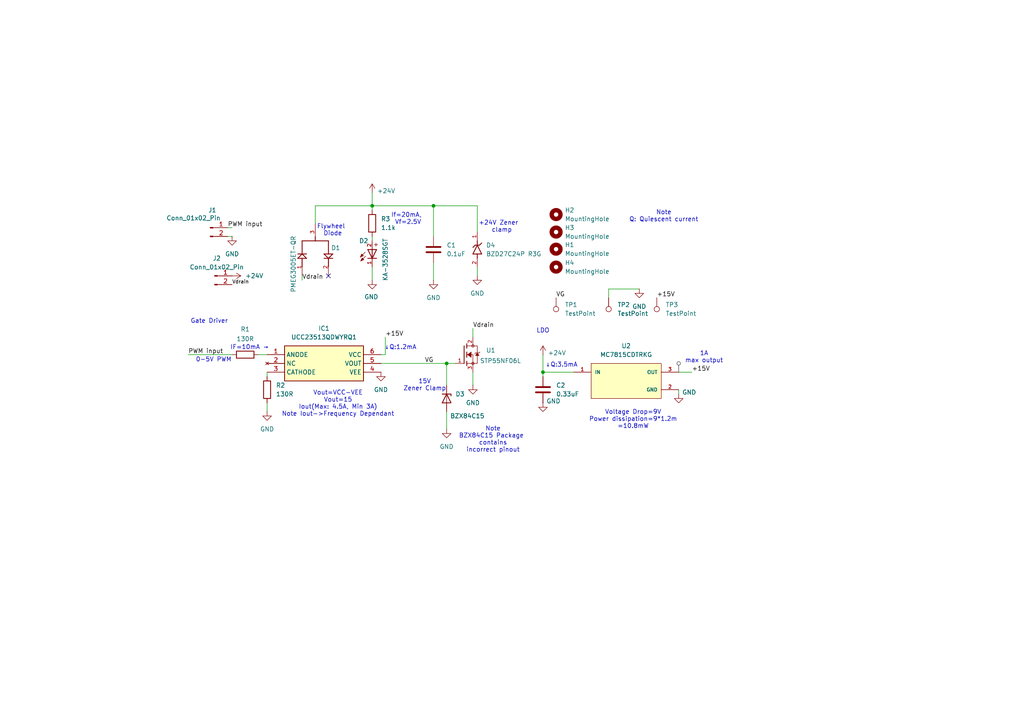
<source format=kicad_sch>
(kicad_sch (version 20231120) (generator "eeschema") (generator_version "8.0")
  (paper "A4")
  (title_block (title "Heater Control Circuit") (date "2024-11-12") (rev "1") (company "K.K"))
  (lib_symbols
    (symbol "BAS70-7:BAS70-7" (pin_names (offset 1.016))
      (property "Reference" "D" (at -8.9045 -10.1766 0))
      (property "Value" "BAS70-7" (at -8.9113 -12.7305 0))
      (symbol "BAS70-7_0_0"
        (polyline (pts (xy -5.08 1.27) (xy -3.81 1.27)) (stroke (width 0.254)))
        (polyline (pts (xy -3.81 1.27) (xy -3.81 -1.27)) (stroke (width 0.254)))
        (polyline (pts (xy -3.81 1.27) (xy -2.54 1.27)) (stroke (width 0.254)))
        (polyline (pts (xy -3.81 2.54) (xy -5.08 1.27)) (stroke (width 0.254)))
        (polyline (pts (xy -3.81 2.54) (xy -5.08 2.54)) (stroke (width 0.254)))
        (polyline (pts (xy -3.81 2.54) (xy -3.81 6.35)) (stroke (width 0.254)))
        (polyline (pts (xy -3.81 6.35) (xy 0 6.35)) (stroke (width 0.254)))
        (polyline (pts (xy -2.54 1.27) (xy -3.81 2.54)) (stroke (width 0.254)))
        (polyline (pts (xy -2.54 2.54) (xy -3.81 2.54)) (stroke (width 0.254)))
        (polyline (pts (xy 0 6.35) (xy 0 7.62)) (stroke (width 0.254)))
        (polyline (pts (xy 0 6.35) (xy 3.81 6.35)) (stroke (width 0.254)))
        (polyline (pts (xy 2.54 1.27) (xy 3.81 1.27)) (stroke (width 0.254)))
        (polyline (pts (xy 3.81 1.27) (xy 2.54 2.54)) (stroke (width 0.254)))
        (polyline (pts (xy 3.81 1.27) (xy 3.81 -1.27)) (stroke (width 0.254)))
        (polyline (pts (xy 3.81 1.27) (xy 5.08 1.27)) (stroke (width 0.254)))
        (polyline (pts (xy 3.81 2.54) (xy 2.54 2.54)) (stroke (width 0.254)))
        (polyline (pts (xy 3.81 2.54) (xy 5.08 2.54)) (stroke (width 0.254)))
        (polyline (pts (xy 3.81 6.35) (xy 3.81 2.54)) (stroke (width 0.254)))
        (polyline (pts (xy 5.08 2.54) (xy 3.81 1.27)) (stroke (width 0.254)))
        (pin passive line (at -3.81 -3.81 90) (length 5.08) (name "~") (number "1"))
        (pin passive line (at 3.81 -3.81 90) (length 5.08) (name "~") (number "2"))
        (pin passive line (at 0 11.43 270) (length 5.08) (name "~") (number "3"))
      )
    )
    (symbol "BZD27C10P:BZD27C10P" (pin_names (offset 1.016))
      (property "Reference" "D" (at -5.08 2.54 0))
      (property "Value" "BZD27C10P" (at -5.08 -3.81 0))
      (symbol "BZD27C10P_0_0"
        (polyline (pts (xy -2.54 0) (xy -1.27 0)) (stroke (width 0.254)))
        (polyline (pts (xy -1.27 -1.27) (xy 1.27 0)) (stroke (width 0.254)))
        (polyline (pts (xy -1.27 0) (xy -1.27 -1.27)) (stroke (width 0.254)))
        (polyline (pts (xy -1.27 1.27) (xy -1.27 0)) (stroke (width 0.254)))
        (polyline (pts (xy 0.635 1.27) (xy 1.27 0.635)) (stroke (width 0.254)))
        (polyline (pts (xy 1.27 -0.635) (xy 1.905 -1.27)) (stroke (width 0.254)))
        (polyline (pts (xy 1.27 0) (xy -1.27 1.27)) (stroke (width 0.254)))
        (polyline (pts (xy 1.27 0) (xy 1.27 -0.635)) (stroke (width 0.254)))
        (polyline (pts (xy 1.27 0.635) (xy 1.27 0)) (stroke (width 0.254)))
        (polyline (pts (xy 2.54 0) (xy 1.27 0)) (stroke (width 0.254)))
        (pin passive line (at 5.08 0 180) (length 2.54) (name "~") (number "1"))
        (pin passive line (at -5.08 0 0) (length 2.54) (name "~") (number "2"))
      )
    )
    (symbol "Connector:Conn_01x02_Pin" (pin_names (offset 1.016) hide)
      (property "Reference" "J" (at 0 2.54 0))
      (property "Value" "Conn_01x02_Pin" (at 0 -5.08 0))
      (symbol "Conn_01x02_Pin_1_1"
        (polyline (pts (xy 1.27 -2.54) (xy 0.8636 -2.54)) (stroke (width 0.1524)))
        (polyline (pts (xy 1.27 0) (xy 0.8636 0)) (stroke (width 0.1524)))
        (rectangle (start 0.8636 -2.413) (end 0 -2.667) (stroke (width 0.1524)) (fill (type outline)))
        (rectangle (start 0.8636 0.127) (end 0 -0.127) (stroke (width 0.1524)) (fill (type outline)))
        (pin passive line (at 5.08 0 180) (length 3.81) (name "Pin_1") (number "1"))
        (pin passive line (at 5.08 -2.54 180) (length 3.81) (name "Pin_2") (number "2"))
      )
    )
    (symbol "Connector:TestPoint" (pin_numbers hide) (pin_names (offset 0.762) hide)
      (property "Reference" "TP" (at 0 6.858 0))
      (property "Value" "TestPoint" (at 0 5.08 0))
      (symbol "TestPoint_0_1"
        (circle (center 0 3.302) (radius 0.762))
      )
      (symbol "TestPoint_1_1"
        (pin passive line (at 0 0 90) (length 2.54) (name "1") (number "1"))
      )
    )
    (symbol "Device:C" (pin_numbers hide) (pin_names (offset 0.254))
      (property "Reference" "C" (at 0.635 2.54 0))
      (property "Value" "C" (at 0.635 -2.54 0))
      (symbol "C_0_1"
        (polyline (pts (xy -2.032 -0.762) (xy 2.032 -0.762)) (stroke (width 0.508)))
        (polyline (pts (xy -2.032 0.762) (xy 2.032 0.762)) (stroke (width 0.508)))
      )
      (symbol "C_1_1"
        (pin passive line (at 0 3.81 270) (length 2.794) (name "~") (number "1"))
        (pin passive line (at 0 -3.81 90) (length 2.794) (name "~") (number "2"))
      )
    )
    (symbol "Device:R" (pin_numbers hide) (pin_names (offset 0))
      (property "Reference" "R" (at 2.032 0 90))
      (property "Value" "R" (at 0 0 90))
      (symbol "R_0_1"
        (rectangle (start -1.016 -2.54) (end 1.016 2.54) (stroke (width 0.254)))
      )
      (symbol "R_1_1"
        (pin passive line (at 0 3.81 270) (length 1.27) (name "~") (number "1"))
        (pin passive line (at 0 -3.81 90) (length 1.27) (name "~") (number "2"))
      )
    )
    (symbol "Diode:BZX84Cxx" (pin_numbers hide) (pin_names hide)
      (property "Reference" "D" (at 0 3.81 0))
      (property "Value" "BZX84Cxx" (at 0 -3.81 0))
      (symbol "BZX84Cxx_0_1"
        (polyline (pts (xy 1.27 0) (xy -1.27 0)))
        (polyline (pts (xy -1.27 -1.27) (xy -1.27 1.27) (xy -0.762 1.27)) (stroke (width 0.254)))
        (polyline (pts (xy 1.27 -1.27) (xy 1.27 1.27) (xy -1.27 0) (xy 1.27 -1.27)) (stroke (width 0.254)))
      )
      (symbol "BZX84Cxx_1_1"
        (pin passive line (at 3.81 0 180) (length 2.54) (name "A") (number "1"))
        (pin no_connect line (at 1.27 0 180) (length 2.54) hide (name "NC") (number "2"))
        (pin passive line (at -3.81 0 0) (length 2.54) (name "K") (number "3"))
      )
    )
    (symbol "MC7805BDTRKG:MC7805BDTRKG" (pin_names (offset 1.016))
      (property "Reference" "U" (at -10.16 5.588 0))
      (property "Value" "MC7805BDTRKG" (at -10.16 -7.62 0))
      (symbol "MC7805BDTRKG_0_0"
        (rectangle (start -10.16 -5.08) (end 10.16 5.08) (stroke (width 0.1524)) (fill (type background)))
        (pin input line (at -15.24 2.54 0) (length 5.08) (name "IN") (number "1"))
        (pin power_in line (at 15.24 -2.54 180) (length 5.08) (name "GND") (number "2"))
        (pin output line (at 15.24 2.54 180) (length 5.08) (name "OUT") (number "3"))
      )
    )
    (symbol "Mechanical:MountingHole" (pin_names (offset 1.016)) (exclude_from_sim yes) (in_bom no)
      (property "Reference" "H" (at 0 5.08 0))
      (property "Value" "MountingHole" (at 0 3.175 0))
      (symbol "MountingHole_0_1"
        (circle (center 0 0) (radius 1.27) (stroke (width 1.27)))
      )
    )
    (symbol "STP55NF06L:STP55NF06L" (pin_names (offset 1.016))
      (property "Reference" "U" (at -10.16 8.62 0))
      (property "Value" "STP55NF06L" (at -10.16 -11.62 0))
      (symbol "STP55NF06L_0_0"
        (circle (center 0 -2.54) (radius 0.3592))
        (polyline (pts (xy -2.54 2.54) (xy -2.54 -2.54)) (stroke (width 0.254)))
        (polyline (pts (xy -1.778 -2.54) (xy -1.778 -3.175)) (stroke (width 0.254)))
        (polyline (pts (xy -1.778 -1.905) (xy -1.778 -2.54)) (stroke (width 0.254)))
        (polyline (pts (xy -1.778 0) (xy -1.778 -0.762)) (stroke (width 0.254)))
        (polyline (pts (xy -1.778 0) (xy 0 0)) (stroke (width 0.1524)))
        (polyline (pts (xy -1.778 0.762) (xy -1.778 0)) (stroke (width 0.254)))
        (polyline (pts (xy -1.778 2.54) (xy -1.778 1.905)) (stroke (width 0.254)))
        (polyline (pts (xy -1.778 2.54) (xy 1.27 2.54)) (stroke (width 0.1524)))
        (polyline (pts (xy -1.778 3.175) (xy -1.778 2.54)) (stroke (width 0.254)))
        (polyline (pts (xy 0 -2.54) (xy -1.778 -2.54)) (stroke (width 0.1524)))
        (polyline (pts (xy 0 -2.54) (xy 1.27 -2.54)) (stroke (width 0.1524)))
        (polyline (pts (xy 0 0) (xy 0 -2.54)) (stroke (width 0.1524)))
        (polyline (pts (xy 0.762 0.508) (xy 0.508 0.254)) (stroke (width 0.1524)))
        (polyline (pts (xy 1.27 0.508) (xy 0.762 0.508)) (stroke (width 0.1524)))
        (polyline (pts (xy 1.27 0.508) (xy 1.27 -2.54)) (stroke (width 0.1524)))
        (polyline (pts (xy 1.27 2.54) (xy 1.27 0.508)) (stroke (width 0.1524)))
        (polyline (pts (xy 1.778 0.508) (xy 1.27 0.508)) (stroke (width 0.1524)))
        (polyline (pts (xy 2.032 0.762) (xy 1.778 0.508)) (stroke (width 0.1524)))
        (polyline (pts (xy -1.524 0) (xy -0.508 0.762) (xy -0.508 -0.762) (xy -1.524 0)) (stroke (width 0.1524)) (fill (type outline)))
        (polyline (pts (xy 1.27 0.508) (xy 0.762 -0.254) (xy 1.778 -0.254) (xy 1.27 0.508)) (stroke (width 0.1524)) (fill (type outline)))
        (circle (center 0 2.54) (radius 0.3592))
        (pin passive line (at -5.08 -2.54 0) (length 2.54) (name "~") (number "1"))
        (pin passive line (at 0 5.08 270) (length 2.54) (name "~") (number "2"))
        (pin passive line (at 0 -5.08 90) (length 2.54) (name "~") (number "3"))
      )
    )
    (symbol "UCC23513QDWYRQ1:UCC23513QDWYRQ1"
      (property "Reference" "IC" (at 29.21 7.62 0))
      (property "Value" "UCC23513QDWYRQ1" (at 29.21 5.08 0))
      (symbol "UCC23513QDWYRQ1_1_1"
        (rectangle (start 5.08 2.54) (end 27.94 -7.62) (stroke (width 0.254)) (fill (type background)))
        (pin passive line (at 0 0 0) (length 5.08) (name "ANODE") (number "1"))
        (pin no_connect line (at 0 -2.54 0) (length 5.08) (name "NC") (number "2"))
        (pin passive line (at 0 -5.08 0) (length 5.08) (name "CATHODE") (number "3"))
        (pin passive line (at 33.02 -5.08 180) (length 5.08) (name "VEE") (number "4"))
        (pin passive line (at 33.02 -2.54 180) (length 5.08) (name "VOUT") (number "5"))
        (pin passive line (at 33.02 0 180) (length 5.08) (name "VCC") (number "6"))
      )
    )
    (symbol "WL-SMTW_3528:WL-SMTW_3528" (pin_names (offset 1.016))
      (property "Reference" "D" (at 0.752 4.172 0))
      (property "Value" "WL-SMTW_3528" (at 0.872 -3.828 0))
      (symbol "WL-SMTW_3528_0_0"
        (polyline (pts (xy 0 -1.27) (xy 0 0)) (stroke (width 0.254)))
        (polyline (pts (xy 0 0) (xy 0 1.27)) (stroke (width 0.254)))
        (polyline (pts (xy 0 0) (xy 2.54 0)) (stroke (width 0.254)))
        (polyline (pts (xy 0 0) (xy 2.54 1.27)) (stroke (width 0.254)))
        (polyline (pts (xy 0.635 1.905) (xy -0.762 3.302)) (stroke (width 0.1524)))
        (polyline (pts (xy 1.778 2.032) (xy 0.381 3.429)) (stroke (width 0.1524)))
        (polyline (pts (xy 2.54 -1.27) (xy 0 0)) (stroke (width 0.254)))
        (polyline (pts (xy 2.54 -1.27) (xy 2.54 0)) (stroke (width 0.254)))
        (polyline (pts (xy 2.54 0) (xy 2.54 1.27)) (stroke (width 0.254)))
        (polyline (pts (xy -0.762 3.302) (xy 0.127 2.921) (xy -0.381 2.413) (xy -0.762 3.302)) (stroke (width 0.1524)) (fill (type outline)))
        (polyline (pts (xy 0.381 3.429) (xy 1.27 3.048) (xy 0.762 2.54) (xy 0.381 3.429)) (stroke (width 0.1524)) (fill (type outline)))
        (text "+" (at 3.08 -1.74 0) (effects (font (size 1.27 1.27)) (justify left bottom)))
        (pin passive line (at -2.54 0 0) (length 2.54) (name "~") (number "1"))
        (pin passive line (at 5.08 0 180) (length 2.54) (name "~") (number "2"))
      )
    )
    (symbol "power:+24V" (power) (pin_numbers hide) (pin_names (offset 0) hide)
      (property "Value" "+24V" (at 0 3.556 0))
      (symbol "+24V_0_1"
        (polyline (pts (xy -0.762 1.27) (xy 0 2.54)))
        (polyline (pts (xy 0 0) (xy 0 2.54)))
        (polyline (pts (xy 0 2.54) (xy 0.762 1.27)))
      )
      (symbol "+24V_1_1"
        (pin power_in line (at 0 0 90) (length 0) (name "~") (number "1"))
      )
    )
    (symbol "power:GND" (power) (pin_numbers hide) (pin_names (offset 0) hide)
      (property "Value" "GND" (at 0 -3.81 0))
      (symbol "GND_0_1"
        (polyline (pts (xy 0 0) (xy 0 -1.27) (xy 1.27 -1.27) (xy 0 -2.54) (xy -1.27 -1.27) (xy 0 -1.27)))
      )
      (symbol "GND_1_1"
        (pin power_in line (at 0 0 270) (length 0) (name "~") (number "1"))
      )
    )
  )
  (junction (at 125.73 59.69))
  (junction (at 157.48 107.95))
  (junction (at 129.54 105.41))
  (junction (at 107.95 59.69))
  (no_connect (at 95.25 80.01))
  (wire (pts (xy 157.48 102.87) (xy 157.48 107.95)))
  (wire (pts (xy 111.76 97.79) (xy 111.76 102.87)))
  (wire (pts (xy 66.04 68.58) (xy 67.31 68.58)))
  (wire (pts (xy 77.47 109.22) (xy 77.47 107.95)))
  (wire (pts (xy 176.53 83.82) (xy 176.53 86.36)))
  (wire (pts (xy 54.61 102.87) (xy 67.31 102.87)))
  (wire (pts (xy 196.85 114.3) (xy 196.85 113.03)))
  (wire (pts (xy 129.54 111.76) (xy 129.54 105.41)))
  (wire (pts (xy 196.85 107.95) (xy 200.66 107.95)))
  (wire (pts (xy 107.95 69.85) (xy 107.95 68.58)))
  (wire (pts (xy 137.16 95.25) (xy 137.16 97.79)))
  (wire (pts (xy 67.31 66.04) (xy 66.04 66.04)))
  (wire (pts (xy 87.63 81.28) (xy 87.63 80.01)))
  (wire (pts (xy 138.43 67.31) (xy 138.43 59.69)))
  (wire (pts (xy 125.73 59.69) (xy 125.73 68.58)))
  (wire (pts (xy 129.54 105.41) (xy 132.08 105.41)))
  (wire (pts (xy 107.95 55.88) (xy 107.95 59.69)))
  (wire (pts (xy 110.49 105.41) (xy 129.54 105.41)))
  (wire (pts (xy 137.16 111.76) (xy 137.16 107.95)))
  (wire (pts (xy 107.95 59.69) (xy 125.73 59.69)))
  (wire (pts (xy 91.44 59.69) (xy 107.95 59.69)))
  (wire (pts (xy 138.43 77.47) (xy 138.43 80.01)))
  (wire (pts (xy 157.48 107.95) (xy 166.37 107.95)))
  (wire (pts (xy 77.47 116.84) (xy 77.47 119.38)))
  (wire (pts (xy 111.76 102.87) (xy 110.49 102.87)))
  (wire (pts (xy 125.73 76.2) (xy 125.73 81.28)))
  (wire (pts (xy 107.95 59.69) (xy 107.95 60.96)))
  (wire (pts (xy 74.93 102.87) (xy 77.47 102.87)))
  (wire (pts (xy 107.95 77.47) (xy 107.95 81.28)))
  (wire (pts (xy 157.48 109.22) (xy 157.48 107.95)))
  (wire (pts (xy 125.73 59.69) (xy 138.43 59.69)))
  (wire (pts (xy 185.42 83.82) (xy 176.53 83.82)))
  (wire (pts (xy 91.44 59.69) (xy 91.44 64.77)))
  (wire (pts (xy 129.54 119.38) (xy 129.54 124.46)))
  (text "↓Q:1.2mA" (at 116.078 100.838 0) (effects (font (size 1.27 1.27))))
  (text "+24V Zener  \nclamp" (at 145.542 65.786 0) (effects (font (size 1.27 1.27))))
  (text "If=20mA, \nVf=2.5V" (at 118.364 63.5 0) (effects (font (size 1.27 1.27))))
  (text "0-5V PWM" (at 61.976 104.394 0) (effects (font (size 1.27 1.27))))
  (text "Flywheel \nDiode" (at 96.52 66.802 0) (effects (font (size 1.27 1.27))))
  (text "Voltage Drop=9V\nPower dissipation=9*1.2m\n=10.8mW" (at 183.642 121.666 0) (effects (font (size 1.27 1.27))))
  (text "IF=10mA →" (at 72.39 100.838 0) (effects (font (size 1.27 1.27))))
  (text "Vout=VCC-VEE\nVout=15\nIout(Max: 4.5A, Min 3A)\nNote Iout->Frequency Dependant" (at 98.044 117.094 0) (effects (font (size 1.27 1.27))))
  (text "↓Q:3.5mA" (at 162.814 105.918 0) (effects (font (size 1.27 1.27))))
  (text "Note\nBZX84C15 Package \ncontains\nincorrect pinout\n" (at 143.002 127.508 0) (effects (font (size 1.27 1.27))))
  (text "LDO" (at 157.48 96.012 0) (effects (font (size 1.27 1.27))))
  (text "15V\nZener Clamp\n" (at 123.19 111.76 0) (effects (font (size 1.27 1.27))))
  (text "1A\nmax output" (at 204.216 103.632 0) (effects (font (size 1.27 1.27))))
  (text "Note\nQ: Quiescent current" (at 192.532 62.738 0) (effects (font (size 1.27 1.27))))
  (text "Gate Driver" (at 60.706 93.218 0) (effects (font (size 1.27 1.27))))
  (label "PWM input" (at 66.04 66.04 0))
  (label "Vdrain" (at 137.16 95.25 0))
  (label "Vdrain" (at 87.63 81.28 0))
  (label "Vdrain" (at 67.31 82.55 0) (effects (font (size 1.016 1.016))))
  (label "+15V" (at 200.66 107.95 0))
  (label "VG" (at 123.19 105.41 0))
  (label "+15V" (at 111.76 97.79 0))
  (label "VG" (at 161.29 86.36 0))
  (label "+15V" (at 190.5 86.36 0))
  (label "PWM input" (at 54.61 102.87 0))
  (netclass_flag "" (length 2.54) (shape round) (at 196.85 107.95 0) (property "Netclass" "Power" (effects (hide yes))))
  (symbol (lib_id "Device:R") (at 71.12 102.87 90) (unit 1)
    (property "Reference" "R1" (at 71.12 95.504 90))
    (property "Value" "130R" (at 71.12 98.298 90))
    (property "Footprint" "Resistor_SMD:R_1206_3216Metric" (effects (hide yes)))
    (property "Description" "Resistor" (effects (hide yes)))
  )
  (symbol (lib_id "Connector:Conn_01x02_Pin") (at 60.96 66.04 0) (unit 1) (in_bom no)
    (property "Reference" "J1" (at 61.595 60.96 0))
    (property "Value" "Conn_01x02_Pin" (at 56.134 63.246 0))
    (property "Footprint" "Connector_PinSocket_2.00mm:PinSocket_1x02_P2.00mm_Vertical" (effects (hide yes)))
    (property "Description" "Generic connector, single row, 01x02, script generated" (effects (hide yes)))
  )
  (symbol (lib_id "power:+24V") (at 157.48 102.87 0) (unit 1)
    (property "Reference" "#PWR011" (effects (hide yes)))
    (property "Value" "+24V" (at 161.544 102.362 0))
    (property "Description" "Power symbol creates a global label with name \"+24V\"" (effects (hide yes)))
  )
  (symbol (lib_id "Connector:Conn_01x02_Pin") (at 62.23 80.01 0) (unit 1) (exclude_from_sim yes)
    (property "Reference" "J2" (at 62.865 74.93 0))
    (property "Value" "Conn_01x02_Pin" (at 62.865 77.47 0))
    (property "Footprint" "Connector_PinSocket_2.00mm:PinSocket_1x02_P2.00mm_Vertical" (effects (hide yes)))
    (property "Description" "Generic connector, single row, 01x02, script generated" (effects (hide yes)))
  )
  (symbol (lib_id "power:GND") (at 129.54 124.46 0) (unit 1)
    (property "Reference" "#PWR08" (effects (hide yes)))
    (property "Value" "GND" (at 129.54 129.54 0))
    (property "Description" "Power symbol creates a global label with name \"GND\" , ground" (effects (hide yes)))
  )
  (symbol (lib_id "power:+24V") (at 107.95 55.88 0) (unit 1)
    (property "Reference" "#PWR04" (effects (hide yes)))
    (property "Value" "+24V" (at 112.014 55.372 0))
    (property "Description" "Power symbol creates a global label with name \"+24V\"" (effects (hide yes)))
  )
  (symbol (lib_id "Connector:TestPoint") (at 161.29 86.36 180) (unit 1) (exclude_from_sim yes)
    (property "Reference" "TP1" (at 163.83 88.3919 0) (effects (justify right)))
    (property "Value" "TestPoint" (at 163.83 90.9319 0) (effects (justify right)))
    (property "Footprint" "Connector_Pin:Pin_D0.9mm_L10.0mm_W2.4mm_FlatFork" (effects (hide yes)))
    (property "Description" "test point" (effects (hide yes)))
  )
  (symbol (lib_id "power:GND") (at 196.85 114.3 0) (unit 1)
    (property "Reference" "#PWR014" (effects (hide yes)))
    (property "Value" "GND" (at 199.898 113.792 0))
    (property "Description" "Power symbol creates a global label with name \"GND\" , ground" (effects (hide yes)))
  )
  (symbol (lib_id "Mechanical:MountingHole") (at 161.29 77.47 0) (unit 1) (exclude_from_sim yes) (in_bom no)
    (property "Reference" "H4" (at 163.83 76.1999 0) (effects (justify left)))
    (property "Value" "MountingHole" (at 163.83 78.7399 0) (effects (justify left)))
    (property "Footprint" "MountingHole:MountingHole_2.2mm_M2" (effects (hide yes)))
    (property "Description" "Mounting Hole without connection" (effects (hide yes)))
  )
  (symbol (lib_id "BZD27C10P:BZD27C10P") (at 138.43 72.39 90) (unit 1)
    (property "Reference" "D4" (at 140.97 71.1199 90) (effects (justify right)))
    (property "Value" "BZD27C24P R3G" (at 140.97 73.6599 90) (effects (justify right)))
    (property "Footprint" "BZD27C10P:SODFL3618X143N" (effects (hide yes)))
    (property "Datasheet" "https://www.farnell.com/datasheets/2357974.pdf" (effects (hide yes)))
    (property "Description" "Zener Single Diode, 24 V, 800 mW, SMD, 2 Pins, 175 °C, Surface Mount" (effects (hide yes)))
    (property "MF" "Taiwan Semiconductor" (effects (hide yes)))
    (property "MAXIMUM_PACKAGE_HEIGHT" "1.43mm" (effects (hide yes)))
    (property "Package" "SUB SMA-2 Taiwan Semiconductor" (effects (hide yes)))
    (property "Price" "None" (effects (hide yes)))
    (property "Check_prices" "https://www.snapeda.com/parts/BZD27C10P/Taiwan+Semiconductor/view-part/?ref=eda" (effects (hide yes)))
    (property "STANDARD" "IPC-7351B" (effects (hide yes)))
    (property "PARTREV" "AB2103" (effects (hide yes)))
    (property "SnapEDA_Link" "https://www.snapeda.com/parts/BZD27C10P/Taiwan+Semiconductor/view-part/?ref=snap" (effects (hide yes)))
    (property "MP" "BZD27C10P" (effects (hide yes)))
    (property "Description_1" "\n                        \n                            Sub SMA, 1000mW, 6%, Zener Diode\n                        \n" (effects (hide yes)))
    (property "Availability" "In Stock" (effects (hide yes)))
    (property "MANUFACTURER" "Taiwan Semiconductor" (effects (hide yes)))
  )
  (symbol (lib_id "Mechanical:MountingHole") (at 161.29 62.23 0) (unit 1) (exclude_from_sim yes) (in_bom no)
    (property "Reference" "H2" (at 163.83 60.9599 0) (effects (justify left)))
    (property "Value" "MountingHole" (at 163.83 63.4999 0) (effects (justify left)))
    (property "Footprint" "MountingHole:MountingHole_2.2mm_M2" (effects (hide yes)))
    (property "Description" "Mounting Hole without connection" (effects (hide yes)))
  )
  (symbol (lib_id "STP55NF06L:STP55NF06L") (at 137.16 102.87 0) (unit 1)
    (property "Reference" "U1" (at 140.97 101.5999 0) (effects (justify left)))
    (property "Value" "STP55NF06L" (at 139.192 104.648 0) (effects (justify left)))
    (property "Footprint" "STP55NF06L:TO254P1040X460X1935-3" (effects (hide yes)))
    (property "MF" "STMicroelectronics" (effects (hide yes)))
    (property "DESCRIPTION" "N-channel 60 V, 0.014 Ohm typ., 35 A StripFET II Power MOSFET in a TO-220 package" (effects (hide yes)))
    (property "PACKAGE" "TO-220 STMicroelectronics" (effects (hide yes)))
    (property "PRICE" "None" (effects (hide yes)))
    (property "Package" "TO-220-3 STMicroelectronics" (effects (hide yes)))
    (property "Check_prices" "https://www.snapeda.com/parts/STP55NF06L/STMicroelectronics/view-part/?ref=eda" (effects (hide yes)))
    (property "STANDARD" "IPC7351B" (effects (hide yes)))
    (property "SnapEDA_Link" "https://www.snapeda.com/parts/STP55NF06L/STMicroelectronics/view-part/?ref=snap" (effects (hide yes)))
    (property "MP" "STP55NF06L" (effects (hide yes)))
    (property "Purchase-URL" "https://www.snapeda.com/api/url_track_click_mouser/?unipart_id=552863&manufacturer=STMicroelectronics&part_name=STP55NF06L&search_term=None" (effects (hide yes)))
    (property "Description_1" "\n                        \n                            N-Channel 60V 55A (Tc) 95W (Tc) Through Hole TO-220AB\n                        \n" (effects (hide yes)))
    (property "Availability" "In Stock" (effects (hide yes)))
    (property "Price" "None" (effects (hide yes)))
    (property "MANUFACTURER" "STMicroelectronics" (effects (hide yes)))
  )
  (symbol (lib_id "power:GND") (at 125.73 81.28 0) (unit 1)
    (property "Reference" "#PWR07" (effects (hide yes)))
    (property "Value" "GND" (at 125.73 86.36 0))
    (property "Description" "Power symbol creates a global label with name \"GND\" , ground" (effects (hide yes)))
  )
  (symbol (lib_id "power:GND") (at 185.42 83.82 0) (unit 1)
    (property "Reference" "#PWR013" (effects (hide yes)))
    (property "Value" "GND" (at 185.42 88.9 0))
    (property "Description" "Power symbol creates a global label with name \"GND\" , ground" (effects (hide yes)))
  )
  (symbol (lib_id "Mechanical:MountingHole") (at 161.29 67.31 0) (unit 1) (exclude_from_sim yes) (in_bom no)
    (property "Reference" "H3" (at 163.83 66.0399 0) (effects (justify left)))
    (property "Value" "MountingHole" (at 163.83 68.5799 0) (effects (justify left)))
    (property "Footprint" "MountingHole:MountingHole_2.2mm_M2" (effects (hide yes)))
    (property "Description" "Mounting Hole without connection" (effects (hide yes)))
  )
  (symbol (lib_id "Device:C") (at 125.73 72.39 0) (unit 1)
    (property "Reference" "C1" (at 129.54 71.1199 0) (effects (justify left)))
    (property "Value" "0.1uF" (at 129.54 73.6599 0) (effects (justify left)))
    (property "Footprint" "Capacitor_SMD:C_1206_3216Metric" (effects (hide yes)))
    (property "Description" "Unpolarized capacitor" (effects (hide yes)))
  )
  (symbol (lib_id "power:GND") (at 67.31 68.58 0) (unit 1)
    (property "Reference" "#PWR01" (effects (hide yes)))
    (property "Value" "GND" (at 67.31 73.66 0))
    (property "Description" "Power symbol creates a global label with name \"GND\" , ground" (effects (hide yes)))
  )
  (symbol (lib_id "power:GND") (at 138.43 80.01 0) (unit 1)
    (property "Reference" "#PWR010" (effects (hide yes)))
    (property "Value" "GND" (at 138.43 85.09 0))
    (property "Description" "Power symbol creates a global label with name \"GND\" , ground" (effects (hide yes)))
  )
  (symbol (lib_id "UCC23513QDWYRQ1:UCC23513QDWYRQ1") (at 77.47 102.87 0) (unit 1)
    (property "Reference" "IC1" (at 93.98 95.25 0))
    (property "Value" "UCC23513QDWYRQ1" (at 93.98 97.79 0))
    (property "Footprint" "UCC23513QDWYRQ1:SOIC127P1150X355-6N" (effects (hide yes)))
    (property "Datasheet" "https://www.ti.com/lit/ds/symlink/ucc23513-q1.pdf?ts=1619871207992&ref_url=https%253A%252F%252Feu.mouser.com%252F" (effects (hide yes)))
    (property "Description" "Gate Drivers Automotive 4-A source, 5-A sink, 5.7-kVRMS opto-compatible single-channel isolated gate driver 6-SOIC -40 to 125" (effects (hide yes)))
    (property "Height" "3.55" (effects (hide yes)))
    (property "Manufacturer_Name" "Texas Instruments" (effects (hide yes)))
    (property "Manufacturer_Part_Number" "UCC23513QDWYRQ1" (effects (hide yes)))
    (property "Mouser Part Number" "595-UCC23513QDWYRQ1" (effects (hide yes)))
    (property "Mouser Price/Stock" "https://www.mouser.co.uk/ProductDetail/Texas-Instruments/UCC23513QDWYRQ1?qs=DRkmTr78QAQFOTnNqSLksg%3D%3D" (effects (hide yes)))
    (property "Arrow Part Number" "UCC23513QDWYRQ1" (effects (hide yes)))
    (property "Arrow Price/Stock" "https://www.arrow.com/en/products/ucc23513qdwyrq1/texas-instruments?region=nac" (effects (hide yes)))
  )
  (symbol (lib_id "Connector:TestPoint") (at 190.5 86.36 180) (unit 1) (exclude_from_sim yes)
    (property "Reference" "TP3" (at 193.04 88.3919 0) (effects (justify right)))
    (property "Value" "TestPoint" (at 193.04 90.9319 0) (effects (justify right)))
    (property "Footprint" "Connector_Pin:Pin_D0.9mm_L10.0mm_W2.4mm_FlatFork" (effects (hide yes)))
    (property "Description" "test point" (effects (hide yes)))
  )
  (symbol (lib_id "Connector:TestPoint") (at 176.53 86.36 180) (unit 1) (exclude_from_sim yes)
    (property "Reference" "TP2" (at 179.07 88.3919 0) (effects (justify right)))
    (property "Value" "TestPoint" (at 179.07 90.9319 0) (effects (justify right)))
    (property "Footprint" "Connector_Pin:Pin_D0.9mm_L10.0mm_W2.4mm_FlatFork" (effects (hide yes)))
    (property "Description" "test point" (effects (hide yes)))
  )
  (symbol (lib_id "Device:R") (at 77.47 113.03 180) (unit 1)
    (property "Reference" "R2" (at 80.01 111.7599 0) (effects (justify right)))
    (property "Value" "130R" (at 80.01 114.2999 0) (effects (justify right)))
    (property "Footprint" "Resistor_SMD:R_1206_3216Metric" (effects (hide yes)))
    (property "Description" "Resistor" (effects (hide yes)))
  )
  (symbol (lib_id "power:GND") (at 137.16 111.76 0) (unit 1)
    (property "Reference" "#PWR09" (effects (hide yes)))
    (property "Value" "GND" (at 137.16 116.84 0))
    (property "Description" "Power symbol creates a global label with name \"GND\" , ground" (effects (hide yes)))
  )
  (symbol (lib_id "Device:R") (at 107.95 64.77 0) (unit 1)
    (property "Reference" "R3" (at 110.49 63.4999 0) (effects (justify left)))
    (property "Value" "1.1k" (at 110.49 66.0399 0) (effects (justify left)))
    (property "Footprint" "Resistor_SMD:R_1206_3216Metric" (effects (hide yes)))
    (property "Description" "Resistor" (effects (hide yes)))
  )
  (symbol (lib_id "Device:C") (at 157.48 113.03 0) (unit 1)
    (property "Reference" "C2" (at 161.29 111.7599 0) (effects (justify left)))
    (property "Value" "0.33uF" (at 161.29 114.2999 0) (effects (justify left)))
    (property "Footprint" "Capacitor_SMD:C_1206_3216Metric" (effects (hide yes)))
    (property "Description" "Unpolarized capacitor" (effects (hide yes)))
  )
  (symbol (lib_id "power:GND") (at 110.49 107.95 0) (unit 1)
    (property "Reference" "#PWR06" (effects (hide yes)))
    (property "Value" "GND" (at 110.49 113.03 0))
    (property "Description" "Power symbol creates a global label with name \"GND\" , ground" (effects (hide yes)))
  )
  (symbol (lib_id "power:+24V") (at 67.31 80.01 270) (unit 1)
    (property "Reference" "#PWR02" (effects (hide yes)))
    (property "Value" "+24V" (at 71.12 80.0099 90) (effects (justify left)))
    (property "Description" "Power symbol creates a global label with name \"+24V\"" (effects (hide yes)))
  )
  (symbol (lib_id "power:GND") (at 77.47 119.38 0) (unit 1)
    (property "Reference" "#PWR03" (effects (hide yes)))
    (property "Value" "GND" (at 77.47 124.46 0))
    (property "Description" "Power symbol creates a global label with name \"GND\" , ground" (effects (hide yes)))
  )
  (symbol (lib_id "Mechanical:MountingHole") (at 161.2853 72.2692 0) (unit 1) (exclude_from_sim yes) (in_bom no)
    (property "Reference" "H1" (at 163.8253 70.9991 0) (effects (justify left)))
    (property "Value" "MountingHole" (at 163.8253 73.5391 0) (effects (justify left)))
    (property "Footprint" "MountingHole:MountingHole_2.2mm_M2" (effects (hide yes)))
    (property "Description" "Mounting Hole without connection" (effects (hide yes)))
  )
  (symbol (lib_id "power:GND") (at 157.48 116.84 0) (unit 1)
    (property "Reference" "#PWR012" (effects (hide yes)))
    (property "Value" "GND" (at 160.528 116.332 0))
    (property "Description" "Power symbol creates a global label with name \"GND\" , ground" (effects (hide yes)))
  )
  (symbol (lib_id "Diode:BZX84Cxx") (at 129.54 115.57 270) (unit 1)
    (property "Reference" "D3" (at 132.08 114.2999 90) (effects (justify left)))
    (property "Value" "BZX84C15" (at 130.556 120.65 90) (effects (justify left)))
    (property "Footprint" "Package_TO_SOT_SMD:SOT-23" (effects (hide yes)))
    (property "Datasheet" "https://4donline.ihs.com/images/VipMasterIC/IC/ZETX/ZETXS01975/ZETXS01975-1.pdf?hkey=6D3A4C79FDBF58556ACFDE234799DDF0" (effects (hide yes)))
    (property "Description" "Zener Single Diode, 15 V, 350 mW, SOT-23, 3 Pins, 150 °C, Surface Mount" (effects (hide yes)))
    (property "Manufacturer" "DIODES INC." (effects (hide yes)))
  )
  (symbol (lib_id "power:GND") (at 107.95 81.28 0) (unit 1)
    (property "Reference" "#PWR05" (effects (hide yes)))
    (property "Value" "GND" (at 107.696 86.106 0))
    (property "Description" "Power symbol creates a global label with name \"GND\" , ground" (effects (hide yes)))
  )
  (symbol (lib_id "MC7805BDTRKG:MC7805BDTRKG") (at 181.61 110.49 0) (unit 1)
    (property "Reference" "U2" (at 181.61 100.33 0))
    (property "Value" "MC7815CDTRKG" (at 181.61 102.87 0))
    (property "Footprint" "MC7805BDTRKG:DPAK229P990X238-4N" (effects (hide yes)))
    (property "MF" "onsemi" (effects (hide yes)))
    (property "Description_1" "\n                        \n                            Linear Voltage Regulator IC Positive Fixed 1 Output 1A DPAK\n                        \n" (effects (hide yes)))
    (property "Package" "DPAK-3 ON Semiconductor" (effects (hide yes)))
    (property "Price" "None" (effects (hide yes)))
    (property "Check_prices" "https://www.snapeda.com/parts/MC7805BDTRKG/Onsemi/view-part/?ref=eda" (effects (hide yes)))
    (property "STANDARD" "IPC-7351B" (effects (hide yes)))
    (property "PARTREV" "27" (effects (hide yes)))
    (property "SnapEDA_Link" "https://www.snapeda.com/parts/MC7805BDTRKG/Onsemi/view-part/?ref=snap" (effects (hide yes)))
    (property "MP" "MC7805BDTRKG" (effects (hide yes)))
    (property "Availability" "In Stock" (effects (hide yes)))
    (property "MANUFACTURER" "ON Semiconductor" (effects (hide yes)))
  )
  (symbol (lib_id "BAS70-7:BAS70-7") (at 91.44 76.2 0) (unit 1)
    (property "Reference" "D1" (at 96.012 71.882 0) (effects (justify left)))
    (property "Value" "PMEG3005ET-QR" (at 85.09 84.836 90) (effects (justify left)))
    (property "Footprint" "BAS70-7:SOT23" (effects (hide yes)))
    (property "Datasheet" "https://4donline.ihs.com/images/VipMasterIC/IC/NEXP/NEXP-S-A0006011439/NEXP-S-A0006011439-1.pdf?hkey=6D3A4C79FDBF58556ACFDE234799DDF0" (effects (hide yes)))
    (property "Description" "Small Signal Schottky Diode, Single, 30 V, 0.5 A, 430 mV, 10 A, 150 °C" (effects (hide yes)))
    (property "MF" "NEXPERIA" (effects (hide yes)))
    (property "Description_1" "\n                        \n                            Diode Schottky 70V 0.07A 3-Pin SOT-23 T/R Diode Schottky 70V 0.07A 3-Pin SOT-23 T/R\n                        \n" (effects (hide yes)))
    (property "Package" "SOT-23 Diodes Inc." (effects (hide yes)))
    (property "Price" "None" (effects (hide yes)))
    (property "SnapEDA_Link" "https://www.snapeda.com/parts/BAS70-7/Diodes+Inc./view-part/?ref=snap" (effects (hide yes)))
    (property "MP" "BAS70-7" (effects (hide yes)))
    (property "Availability" "In Stock" (effects (hide yes)))
    (property "Check_prices" "https://www.snapeda.com/parts/BAS70-7/Diodes+Inc./view-part/?ref=eda" (effects (hide yes)))
  )
  (symbol (lib_id "WL-SMTW_3528:WL-SMTW_3528") (at 107.95 74.93 90) (unit 1)
    (property "Reference" "D2" (at 104.14 69.85 90) (effects (justify right)))
    (property "Value" "KA-3528SGT" (at 111.76 69.088 0) (effects (justify right)))
    (property "Footprint" "WL-SMTW_3528:WL-SMTW_3528" (effects (hide yes)))
    (property "Datasheet" "https://docs.rs-online.com/8ff7/0900766b80026daa.pdf" (effects (hide yes)))
    (property "Description" "Kingbright2.2 V Green LED PLCC 2 SMD, KA-3528SGT" (effects (hide yes)))
    (property "MF" "Kingbright" (effects (hide yes)))
    (property "Package" "PLCC-2 Würth Elektronik" (effects (hide yes)))
    (property "Price" "None" (effects (hide yes)))
    (property "SnapEDA_Link" "https://www.snapeda.com/parts/150141VS73100/Wurth+Electronics/view-part/?ref=snap" (effects (hide yes)))
    (property "MP" "150141VS73100" (effects (hide yes)))
    (property "Availability" "In Stock" (effects (hide yes)))
    (property "Check_prices" "https://www.snapeda.com/parts/150141VS73100/Wurth+Electronics/view-part/?ref=eda" (effects (hide yes)))
  )
)
</source>
